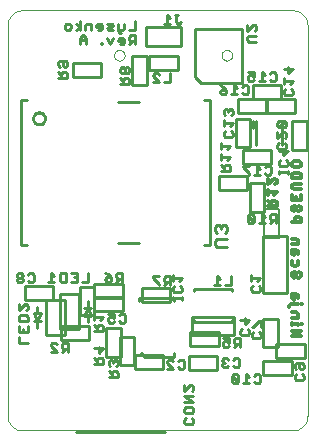
<source format=gbo>
G75*
%MOIN*%
%OFA0B0*%
%FSLAX24Y24*%
%IPPOS*%
%LPD*%
%AMOC8*
5,1,8,0,0,1.08239X$1,22.5*
%
%ADD10C,0.0000*%
%ADD11C,0.0120*%
%ADD12C,0.0100*%
%ADD13C,0.0050*%
D10*
X000301Y000700D02*
X000301Y013700D01*
X000303Y013744D01*
X000309Y013787D01*
X000318Y013829D01*
X000331Y013871D01*
X000348Y013911D01*
X000368Y013950D01*
X000391Y013987D01*
X000418Y014021D01*
X000447Y014054D01*
X000480Y014083D01*
X000514Y014110D01*
X000551Y014133D01*
X000590Y014153D01*
X000630Y014170D01*
X000672Y014183D01*
X000714Y014192D01*
X000757Y014198D01*
X000801Y014200D01*
X009801Y014200D01*
X009845Y014198D01*
X009888Y014192D01*
X009930Y014183D01*
X009972Y014170D01*
X010012Y014153D01*
X010051Y014133D01*
X010088Y014110D01*
X010122Y014083D01*
X010155Y014054D01*
X010184Y014021D01*
X010211Y013987D01*
X010234Y013950D01*
X010254Y013911D01*
X010271Y013871D01*
X010284Y013829D01*
X010293Y013787D01*
X010299Y013744D01*
X010301Y013700D01*
X010301Y000700D01*
X010299Y000656D01*
X010293Y000613D01*
X010284Y000571D01*
X010271Y000529D01*
X010254Y000489D01*
X010234Y000450D01*
X010211Y000413D01*
X010184Y000379D01*
X010155Y000346D01*
X010122Y000317D01*
X010088Y000290D01*
X010051Y000267D01*
X010012Y000247D01*
X009972Y000230D01*
X009930Y000217D01*
X009888Y000208D01*
X009845Y000202D01*
X009801Y000200D01*
X000801Y000200D01*
X000757Y000202D01*
X000714Y000208D01*
X000672Y000217D01*
X000630Y000230D01*
X000590Y000247D01*
X000551Y000267D01*
X000514Y000290D01*
X000480Y000317D01*
X000447Y000346D01*
X000418Y000379D01*
X000391Y000413D01*
X000368Y000450D01*
X000348Y000489D01*
X000331Y000529D01*
X000318Y000571D01*
X000309Y000613D01*
X000303Y000656D01*
X000301Y000700D01*
X003853Y012704D02*
X003855Y012730D01*
X003861Y012756D01*
X003870Y012780D01*
X003883Y012803D01*
X003900Y012823D01*
X003919Y012841D01*
X003941Y012856D01*
X003964Y012867D01*
X003989Y012875D01*
X004015Y012879D01*
X004041Y012879D01*
X004067Y012875D01*
X004092Y012867D01*
X004116Y012856D01*
X004137Y012841D01*
X004156Y012823D01*
X004173Y012803D01*
X004186Y012780D01*
X004195Y012756D01*
X004201Y012730D01*
X004203Y012704D01*
X004201Y012678D01*
X004195Y012652D01*
X004186Y012628D01*
X004173Y012605D01*
X004156Y012585D01*
X004137Y012567D01*
X004115Y012552D01*
X004092Y012541D01*
X004067Y012533D01*
X004041Y012529D01*
X004015Y012529D01*
X003989Y012533D01*
X003964Y012541D01*
X003940Y012552D01*
X003919Y012567D01*
X003900Y012585D01*
X003883Y012605D01*
X003870Y012628D01*
X003861Y012652D01*
X003855Y012678D01*
X003853Y012704D01*
X007436Y012704D02*
X007438Y012730D01*
X007444Y012756D01*
X007453Y012780D01*
X007466Y012803D01*
X007483Y012823D01*
X007502Y012841D01*
X007524Y012856D01*
X007547Y012867D01*
X007572Y012875D01*
X007598Y012879D01*
X007624Y012879D01*
X007650Y012875D01*
X007675Y012867D01*
X007699Y012856D01*
X007720Y012841D01*
X007739Y012823D01*
X007756Y012803D01*
X007769Y012780D01*
X007778Y012756D01*
X007784Y012730D01*
X007786Y012704D01*
X007784Y012678D01*
X007778Y012652D01*
X007769Y012628D01*
X007756Y012605D01*
X007739Y012585D01*
X007720Y012567D01*
X007698Y012552D01*
X007675Y012541D01*
X007650Y012533D01*
X007624Y012529D01*
X007598Y012529D01*
X007572Y012533D01*
X007547Y012541D01*
X007523Y012552D01*
X007502Y012567D01*
X007483Y012585D01*
X007466Y012605D01*
X007453Y012628D01*
X007444Y012652D01*
X007438Y012678D01*
X007436Y012704D01*
D11*
X009836Y009165D02*
X009790Y009119D01*
X009790Y009025D01*
X009836Y008979D01*
X010023Y008979D01*
X010070Y009025D01*
X010070Y009119D01*
X010023Y009165D01*
X009836Y009165D01*
X009836Y008797D02*
X009790Y008750D01*
X009790Y008610D01*
X010070Y008610D01*
X010070Y008750D01*
X010023Y008797D01*
X009836Y008797D01*
X009836Y008429D02*
X009790Y008382D01*
X009790Y008289D01*
X009836Y008242D01*
X010070Y008242D01*
X010070Y008429D02*
X009836Y008429D01*
X009790Y008060D02*
X009790Y007874D01*
X010070Y007874D01*
X010070Y008060D01*
X009930Y007967D02*
X009930Y007874D01*
X009883Y007692D02*
X009836Y007692D01*
X009790Y007645D01*
X009790Y007552D01*
X009836Y007505D01*
X009930Y007552D02*
X009930Y007645D01*
X009883Y007692D01*
X010023Y007692D02*
X010070Y007645D01*
X010070Y007552D01*
X010023Y007505D01*
X009977Y007505D01*
X009930Y007552D01*
X009930Y007324D02*
X009883Y007277D01*
X009883Y007137D01*
X009790Y007137D02*
X010070Y007137D01*
X010070Y007277D01*
X010023Y007324D01*
X009930Y007324D01*
X009930Y006587D02*
X009790Y006587D01*
X009790Y006400D02*
X009977Y006400D01*
X009977Y006541D01*
X009930Y006587D01*
X009930Y006219D02*
X009790Y006219D01*
X009790Y006079D01*
X009836Y006032D01*
X009883Y006079D01*
X009883Y006219D01*
X009930Y006219D02*
X009977Y006172D01*
X009977Y006079D01*
X009977Y005851D02*
X009977Y005710D01*
X009930Y005664D01*
X009836Y005664D01*
X009790Y005710D01*
X009790Y005851D01*
X009836Y005482D02*
X009790Y005436D01*
X009790Y005342D01*
X009836Y005295D01*
X009930Y005342D02*
X009930Y005436D01*
X009883Y005482D01*
X009836Y005482D01*
X009930Y005342D02*
X009977Y005295D01*
X010023Y005295D01*
X010070Y005342D01*
X010070Y005436D01*
X010023Y005482D01*
X009930Y004746D02*
X009790Y004746D01*
X009790Y004606D01*
X009836Y004559D01*
X009883Y004606D01*
X009883Y004746D01*
X009930Y004746D02*
X009977Y004699D01*
X009977Y004606D01*
X009977Y004407D02*
X009743Y004407D01*
X009696Y004360D01*
X009696Y004313D01*
X009790Y004132D02*
X009930Y004132D01*
X009977Y004085D01*
X009977Y003945D01*
X009790Y003945D01*
X009790Y003793D02*
X009790Y003699D01*
X009790Y003746D02*
X009977Y003746D01*
X009977Y003699D01*
X010070Y003746D02*
X010117Y003746D01*
X010070Y003518D02*
X009790Y003518D01*
X010070Y003331D01*
X009790Y003331D01*
X010070Y004407D02*
X010117Y004407D01*
X009272Y007672D02*
X008991Y007672D01*
X009085Y007672D02*
X009085Y007812D01*
X009131Y007859D01*
X009225Y007859D01*
X009272Y007812D01*
X009272Y007672D01*
X009085Y007765D02*
X008991Y007859D01*
X008991Y008040D02*
X008991Y008227D01*
X008991Y008134D02*
X009272Y008134D01*
X009178Y008040D01*
X009225Y008409D02*
X009272Y008455D01*
X009272Y008549D01*
X009225Y008596D01*
X009178Y008596D01*
X008991Y008409D01*
X008991Y008596D01*
D12*
X009030Y008717D02*
X008930Y008717D01*
X008880Y008767D01*
X009030Y008717D02*
X009080Y008767D01*
X009080Y008967D01*
X009030Y009017D01*
X008930Y009017D01*
X008880Y008967D01*
X008712Y008917D02*
X008612Y009017D01*
X008612Y008717D01*
X008712Y008717D02*
X008511Y008717D01*
X008343Y008717D02*
X008343Y008767D01*
X008143Y008967D01*
X008143Y009017D01*
X008343Y009017D01*
X008148Y009081D02*
X009093Y009081D01*
X009093Y009554D01*
X008148Y009554D01*
X008148Y009081D01*
X008289Y008676D02*
X008289Y008204D01*
X007344Y008204D01*
X007344Y008676D01*
X008289Y008676D01*
X008384Y008433D02*
X008857Y008433D01*
X008857Y007488D01*
X008384Y007488D01*
X008384Y008433D01*
X007718Y008855D02*
X007718Y009005D01*
X007668Y009055D01*
X007568Y009055D01*
X007517Y009005D01*
X007517Y008855D01*
X007417Y008855D02*
X007718Y008855D01*
X007517Y008955D02*
X007417Y009055D01*
X007417Y009223D02*
X007417Y009423D01*
X007417Y009323D02*
X007718Y009323D01*
X007618Y009223D01*
X007618Y009591D02*
X007718Y009691D01*
X007417Y009691D01*
X007417Y009591D02*
X007417Y009791D01*
X007551Y009975D02*
X007501Y010025D01*
X007501Y010125D01*
X007551Y010175D01*
X007501Y010343D02*
X007501Y010543D01*
X007501Y010443D02*
X007801Y010443D01*
X007701Y010343D01*
X007751Y010175D02*
X007801Y010125D01*
X007801Y010025D01*
X007751Y009975D01*
X007551Y009975D01*
X007904Y009648D02*
X007904Y010593D01*
X008377Y010593D01*
X008377Y009648D01*
X007904Y009648D01*
X008469Y010278D02*
X008469Y010514D01*
X008588Y010514D02*
X008588Y009727D01*
X009294Y009723D02*
X009294Y009623D01*
X009344Y009573D01*
X009544Y009573D01*
X009594Y009623D01*
X009594Y009723D01*
X009544Y009773D01*
X009454Y009727D02*
X009454Y010514D01*
X009544Y010510D02*
X009344Y010310D01*
X009294Y010360D01*
X009294Y010460D01*
X009344Y010510D01*
X009544Y010510D01*
X009594Y010460D01*
X009594Y010360D01*
X009544Y010310D01*
X009344Y010310D01*
X009294Y010141D02*
X009294Y009941D01*
X009494Y010141D01*
X009544Y010141D01*
X009594Y010091D01*
X009594Y009991D01*
X009544Y009941D01*
X009344Y009773D02*
X009294Y009723D01*
X009346Y009517D02*
X009646Y009517D01*
X009496Y009367D01*
X009496Y009567D01*
X009796Y009561D02*
X009796Y010506D01*
X010269Y010506D01*
X010269Y009561D01*
X009796Y009561D01*
X009596Y009199D02*
X009646Y009149D01*
X009646Y009048D01*
X009596Y008998D01*
X009396Y008998D01*
X009346Y009048D01*
X009346Y009149D01*
X009396Y009199D01*
X009346Y008853D02*
X009346Y008753D01*
X009346Y008803D02*
X009646Y008803D01*
X009646Y008753D02*
X009646Y008853D01*
X009240Y007400D02*
X009090Y007400D01*
X009040Y007350D01*
X009040Y007250D01*
X009090Y007200D01*
X009240Y007200D01*
X009140Y007200D02*
X009040Y007100D01*
X008872Y007100D02*
X008671Y007100D01*
X008772Y007100D02*
X008772Y007400D01*
X008872Y007300D01*
X009240Y007400D02*
X009240Y007100D01*
X009604Y006665D02*
X008816Y006665D01*
X008816Y004775D01*
X009604Y004775D01*
X009604Y006665D01*
X008725Y005286D02*
X008424Y005286D01*
X008424Y005186D02*
X008424Y005386D01*
X008625Y005186D02*
X008725Y005286D01*
X008675Y005018D02*
X008725Y004968D01*
X008725Y004868D01*
X008675Y004818D01*
X008474Y004818D01*
X008424Y004868D01*
X008424Y004968D01*
X008474Y005018D01*
X007764Y005038D02*
X007564Y005038D01*
X007396Y005038D02*
X007196Y005038D01*
X007296Y005038D02*
X007296Y005338D01*
X007396Y005238D01*
X007764Y005338D02*
X007764Y005038D01*
X007771Y004915D02*
X007771Y004836D01*
X007771Y004915D02*
X006511Y004915D01*
X006511Y004836D01*
X006106Y004849D02*
X006056Y004799D01*
X005856Y004799D01*
X005806Y004849D01*
X005806Y004949D01*
X005856Y004999D01*
X005731Y004958D02*
X005731Y004486D01*
X004786Y004486D01*
X004786Y004958D01*
X005731Y004958D01*
X005724Y005043D02*
X005724Y005343D01*
X005574Y005343D01*
X005524Y005293D01*
X005524Y005193D01*
X005574Y005143D01*
X005724Y005143D01*
X005806Y005167D02*
X005806Y005368D01*
X005806Y005267D02*
X006106Y005267D01*
X006006Y005167D01*
X006056Y004999D02*
X006106Y004949D01*
X006106Y004849D01*
X006106Y004654D02*
X006106Y004554D01*
X006106Y004604D02*
X005806Y004604D01*
X005806Y004554D02*
X005806Y004654D01*
X005851Y004626D02*
X004670Y004626D01*
X004670Y004508D01*
X004232Y004032D02*
X004232Y003832D01*
X004182Y003782D01*
X004082Y003782D01*
X004031Y003832D01*
X004031Y004032D02*
X004082Y004082D01*
X004182Y004082D01*
X004232Y004032D01*
X004136Y004166D02*
X003191Y004166D01*
X003191Y004638D01*
X004136Y004638D01*
X004136Y004166D01*
X003863Y004082D02*
X003863Y003932D01*
X003763Y003982D01*
X003713Y003982D01*
X003663Y003932D01*
X003663Y003832D01*
X003713Y003782D01*
X003813Y003782D01*
X003863Y003832D01*
X003863Y004082D02*
X003663Y004082D01*
X003500Y003979D02*
X003200Y003979D01*
X003177Y004049D02*
X002704Y004049D01*
X002704Y004994D01*
X003177Y004994D01*
X003177Y004049D01*
X003200Y004080D02*
X003200Y003879D01*
X003200Y003711D02*
X003300Y003611D01*
X003300Y003661D02*
X003300Y003511D01*
X003200Y003511D02*
X003500Y003511D01*
X003500Y003661D01*
X003450Y003711D01*
X003350Y003711D01*
X003300Y003661D01*
X003400Y003879D02*
X003500Y003979D01*
X003598Y003600D02*
X003598Y002655D01*
X004070Y002655D01*
X004070Y003600D01*
X003598Y003600D01*
X004039Y003328D02*
X004039Y002383D01*
X004511Y002383D01*
X004511Y003328D01*
X004039Y003328D01*
X003488Y002946D02*
X003338Y002796D01*
X003338Y002996D01*
X003188Y002946D02*
X003488Y002946D01*
X003438Y002628D02*
X003338Y002628D01*
X003288Y002578D01*
X003288Y002428D01*
X003188Y002428D02*
X003488Y002428D01*
X003488Y002578D01*
X003438Y002628D01*
X003288Y002528D02*
X003188Y002628D01*
X003669Y002485D02*
X003669Y002385D01*
X003719Y002335D01*
X003819Y002435D02*
X003819Y002485D01*
X003769Y002535D01*
X003719Y002535D01*
X003669Y002485D01*
X003819Y002485D02*
X003870Y002535D01*
X003920Y002535D01*
X003970Y002485D01*
X003970Y002385D01*
X003920Y002335D01*
X003920Y002167D02*
X003819Y002167D01*
X003769Y002117D01*
X003769Y001967D01*
X003669Y001967D02*
X003970Y001967D01*
X003970Y002117D01*
X003920Y002167D01*
X003769Y002067D02*
X003669Y002167D01*
X003013Y003207D02*
X002068Y003207D01*
X002068Y003680D01*
X003013Y003680D01*
X003013Y003207D01*
X002696Y003574D02*
X002696Y004755D01*
X002066Y004755D01*
X002066Y003574D01*
X002696Y003574D01*
X002971Y003810D02*
X002971Y004007D01*
X002853Y004007D01*
X002971Y004283D01*
X002971Y004519D01*
X002971Y004283D02*
X002853Y004283D01*
X002971Y004283D02*
X003089Y004007D01*
X002971Y004007D01*
X002971Y004283D02*
X003089Y004283D01*
X003191Y004606D02*
X004136Y004606D01*
X004136Y005078D01*
X003191Y005078D01*
X003191Y004606D01*
X002971Y005160D02*
X002770Y005160D01*
X002602Y005160D02*
X002602Y005460D01*
X002402Y005460D01*
X002234Y005460D02*
X002084Y005460D01*
X002034Y005410D01*
X002034Y005210D01*
X002084Y005160D01*
X002234Y005160D01*
X002234Y005460D01*
X002502Y005310D02*
X002602Y005310D01*
X002602Y005160D02*
X002402Y005160D01*
X002203Y004553D02*
X002203Y003372D01*
X001573Y003372D01*
X001573Y004553D01*
X002203Y004553D01*
X001816Y004533D02*
X001816Y005005D01*
X000871Y005005D01*
X000871Y004533D01*
X001816Y004533D01*
X001415Y004120D02*
X001297Y003845D01*
X001297Y003608D01*
X001297Y003845D02*
X001179Y003845D01*
X001297Y003845D02*
X001179Y004120D01*
X001297Y004120D01*
X001297Y004317D01*
X001297Y004120D02*
X001415Y004120D01*
X001415Y003845D02*
X001297Y003845D01*
X000969Y003835D02*
X000969Y003985D01*
X000919Y004035D01*
X000719Y004035D01*
X000669Y003985D01*
X000669Y003835D01*
X000969Y003835D01*
X000969Y003667D02*
X000969Y003467D01*
X000669Y003467D01*
X000669Y003667D01*
X000819Y003567D02*
X000819Y003467D01*
X000669Y003298D02*
X000669Y003098D01*
X000969Y003098D01*
X001743Y003073D02*
X001743Y003023D01*
X001943Y002823D01*
X001743Y002823D01*
X001743Y003073D02*
X001793Y003123D01*
X001893Y003123D01*
X001943Y003073D01*
X002111Y003073D02*
X002111Y002973D01*
X002162Y002923D01*
X002312Y002923D01*
X002312Y002823D02*
X002312Y003123D01*
X002162Y003123D01*
X002111Y003073D01*
X002212Y002923D02*
X002111Y002823D01*
X000919Y004203D02*
X000969Y004253D01*
X000969Y004353D01*
X000919Y004403D01*
X000869Y004403D01*
X000669Y004203D01*
X000669Y004403D01*
X000661Y005145D02*
X000761Y005145D01*
X000811Y005195D01*
X000811Y005245D01*
X000761Y005295D01*
X000661Y005295D01*
X000611Y005245D01*
X000611Y005195D01*
X000661Y005145D01*
X000661Y005295D02*
X000611Y005345D01*
X000611Y005395D01*
X000661Y005445D01*
X000761Y005445D01*
X000811Y005395D01*
X000811Y005345D01*
X000761Y005295D01*
X000980Y005395D02*
X001030Y005445D01*
X001130Y005445D01*
X001180Y005395D01*
X001180Y005195D01*
X001130Y005145D01*
X001030Y005145D01*
X000980Y005195D01*
X001666Y005160D02*
X001866Y005160D01*
X001766Y005160D02*
X001766Y005460D01*
X001866Y005360D01*
X000948Y006397D02*
X000751Y006397D01*
X000751Y011200D01*
X000948Y011200D01*
X001151Y010600D02*
X001153Y010628D01*
X001159Y010655D01*
X001168Y010681D01*
X001181Y010706D01*
X001198Y010729D01*
X001217Y010749D01*
X001239Y010766D01*
X001263Y010780D01*
X001289Y010790D01*
X001316Y010797D01*
X001344Y010800D01*
X001372Y010799D01*
X001399Y010794D01*
X001426Y010785D01*
X001451Y010773D01*
X001474Y010758D01*
X001495Y010739D01*
X001513Y010718D01*
X001528Y010694D01*
X001539Y010668D01*
X001547Y010642D01*
X001551Y010614D01*
X001551Y010586D01*
X001547Y010558D01*
X001539Y010532D01*
X001528Y010506D01*
X001513Y010482D01*
X001495Y010461D01*
X001474Y010442D01*
X001451Y010427D01*
X001426Y010415D01*
X001399Y010406D01*
X001372Y010401D01*
X001344Y010400D01*
X001316Y010403D01*
X001289Y010410D01*
X001263Y010420D01*
X001239Y010434D01*
X001217Y010451D01*
X001198Y010471D01*
X001181Y010494D01*
X001168Y010519D01*
X001159Y010545D01*
X001153Y010572D01*
X001151Y010600D01*
X002000Y011947D02*
X002300Y011947D01*
X002300Y012097D01*
X002250Y012147D01*
X002150Y012147D01*
X002100Y012097D01*
X002100Y011947D01*
X002100Y012047D02*
X002000Y012147D01*
X002050Y012315D02*
X002000Y012365D01*
X002000Y012465D01*
X002050Y012515D01*
X002250Y012515D01*
X002300Y012465D01*
X002300Y012365D01*
X002250Y012315D01*
X002200Y012315D01*
X002150Y012365D01*
X002150Y012515D01*
X002468Y012436D02*
X003413Y012436D01*
X003413Y011964D01*
X002468Y011964D01*
X002468Y012436D01*
X002704Y013065D02*
X002704Y013265D01*
X002804Y013365D01*
X002904Y013265D01*
X002904Y013065D01*
X002904Y013215D02*
X002704Y013215D01*
X002720Y013557D02*
X002720Y013858D01*
X002570Y013757D02*
X002720Y013657D01*
X002570Y013557D01*
X002413Y013607D02*
X002413Y013707D01*
X002363Y013757D01*
X002263Y013757D01*
X002213Y013707D01*
X002213Y013607D01*
X002263Y013557D01*
X002363Y013557D01*
X002413Y013607D01*
X002888Y013557D02*
X002888Y013707D01*
X002938Y013757D01*
X003088Y013757D01*
X003088Y013557D01*
X003257Y013657D02*
X003457Y013657D01*
X003457Y013607D02*
X003457Y013707D01*
X003407Y013757D01*
X003307Y013757D01*
X003257Y013707D01*
X003257Y013657D01*
X003307Y013557D02*
X003407Y013557D01*
X003457Y013607D01*
X003625Y013607D02*
X003675Y013557D01*
X003825Y013557D01*
X003775Y013657D02*
X003825Y013707D01*
X003775Y013757D01*
X003625Y013757D01*
X003675Y013657D02*
X003775Y013657D01*
X003675Y013657D02*
X003625Y013607D01*
X003625Y013265D02*
X003725Y013065D01*
X003825Y013265D01*
X003993Y013215D02*
X003993Y013165D01*
X004193Y013165D01*
X004193Y013115D02*
X004193Y013215D01*
X004143Y013265D01*
X004043Y013265D01*
X003993Y013215D01*
X004043Y013065D02*
X004143Y013065D01*
X004193Y013115D01*
X004361Y013065D02*
X004462Y013165D01*
X004412Y013165D02*
X004562Y013165D01*
X004562Y013065D02*
X004562Y013365D01*
X004412Y013365D01*
X004361Y013315D01*
X004361Y013215D01*
X004412Y013165D01*
X004361Y013557D02*
X004562Y013557D01*
X004562Y013858D01*
X004910Y013635D02*
X006091Y013635D01*
X006091Y013005D01*
X004910Y013005D01*
X004910Y013635D01*
X005512Y013759D02*
X005712Y013759D01*
X005612Y013759D02*
X005612Y014059D01*
X005712Y013959D01*
X005880Y014059D02*
X005980Y014059D01*
X005930Y014059D02*
X005930Y013809D01*
X005980Y013759D01*
X006031Y013759D01*
X006081Y013809D01*
X006553Y013566D02*
X008128Y013566D01*
X008128Y011794D01*
X006750Y011794D01*
X006553Y011991D01*
X006553Y013566D01*
X005973Y012676D02*
X005973Y012204D01*
X005028Y012204D01*
X005028Y012676D01*
X005973Y012676D01*
X005726Y012101D02*
X005726Y011801D01*
X005526Y011801D01*
X005358Y011801D02*
X005158Y012001D01*
X005158Y012051D01*
X005208Y012101D01*
X005308Y012101D01*
X005358Y012051D01*
X005358Y011801D02*
X005158Y011801D01*
X004937Y011728D02*
X004464Y011728D01*
X004464Y012673D01*
X004937Y012673D01*
X004937Y011728D01*
X004688Y011161D02*
X003979Y011161D01*
X004053Y011743D02*
X004353Y011743D01*
X004353Y011893D01*
X004303Y011943D01*
X004203Y011943D01*
X004153Y011893D01*
X004153Y011743D01*
X004153Y011843D02*
X004053Y011943D01*
X004103Y012112D02*
X004153Y012112D01*
X004203Y012162D01*
X004203Y012262D01*
X004153Y012312D01*
X004103Y012312D01*
X004053Y012262D01*
X004053Y012162D01*
X004103Y012112D01*
X004203Y012162D02*
X004253Y012112D01*
X004303Y012112D01*
X004353Y012162D01*
X004353Y012262D01*
X004303Y012312D01*
X004253Y012312D01*
X004203Y012262D01*
X003457Y013065D02*
X003407Y013065D01*
X003407Y013115D01*
X003457Y013115D01*
X003457Y013065D01*
X003993Y013507D02*
X003993Y013757D01*
X003993Y013557D02*
X004143Y013557D01*
X004193Y013607D01*
X004193Y013757D01*
X004093Y013457D02*
X004043Y013457D01*
X003993Y013507D01*
X006853Y011200D02*
X007050Y011200D01*
X007050Y006397D01*
X006853Y006397D01*
X007217Y006393D02*
X007217Y006526D01*
X007284Y006593D01*
X007617Y006593D01*
X007551Y006787D02*
X007617Y006853D01*
X007617Y006987D01*
X007551Y007053D01*
X007484Y007053D01*
X007417Y006987D01*
X007351Y007053D01*
X007284Y007053D01*
X007217Y006987D01*
X007217Y006853D01*
X007284Y006787D01*
X007417Y006920D02*
X007417Y006987D01*
X007217Y006393D02*
X007284Y006326D01*
X007617Y006326D01*
X008353Y007100D02*
X008303Y007150D01*
X008303Y007350D01*
X008503Y007150D01*
X008453Y007100D01*
X008353Y007100D01*
X008503Y007150D02*
X008503Y007350D01*
X008453Y007400D01*
X008353Y007400D01*
X008303Y007350D01*
X007851Y003996D02*
X006434Y003996D01*
X006434Y003366D01*
X007851Y003366D01*
X007851Y003996D01*
X007771Y003892D02*
X007771Y003813D01*
X006511Y003813D01*
X006511Y003892D01*
X006392Y003475D02*
X007337Y003475D01*
X007337Y003003D01*
X006392Y003003D01*
X006392Y003475D01*
X005851Y002775D02*
X005851Y002657D01*
X004867Y002657D01*
X004749Y002775D01*
X004546Y002716D02*
X005491Y002716D01*
X005491Y002243D01*
X004546Y002243D01*
X004546Y002716D01*
X005620Y002509D02*
X005670Y002559D01*
X005770Y002559D01*
X005820Y002509D01*
X005988Y002509D02*
X006038Y002559D01*
X006138Y002559D01*
X006189Y002509D01*
X006189Y002309D01*
X006138Y002259D01*
X006038Y002259D01*
X005988Y002309D01*
X005820Y002259D02*
X005620Y002459D01*
X005620Y002509D01*
X005620Y002259D02*
X005820Y002259D01*
X006196Y001704D02*
X006196Y001504D01*
X006396Y001704D01*
X006446Y001704D01*
X006496Y001654D01*
X006496Y001554D01*
X006446Y001504D01*
X006496Y001336D02*
X006196Y001336D01*
X006496Y001136D01*
X006196Y001136D01*
X006246Y000967D02*
X006196Y000917D01*
X006196Y000817D01*
X006246Y000767D01*
X006446Y000767D01*
X006496Y000817D01*
X006496Y000917D01*
X006446Y000967D01*
X006246Y000967D01*
X006246Y000599D02*
X006196Y000549D01*
X006196Y000449D01*
X006246Y000399D01*
X006446Y000399D01*
X006496Y000449D01*
X006496Y000549D01*
X006446Y000599D01*
X005537Y000150D02*
X002584Y000150D01*
X005851Y004508D02*
X005851Y004626D01*
X005524Y005043D02*
X005624Y005143D01*
X005355Y005093D02*
X005355Y005043D01*
X005355Y005093D02*
X005155Y005293D01*
X005155Y005343D01*
X005355Y005343D01*
X004688Y006436D02*
X003979Y006436D01*
X003979Y005463D02*
X003929Y005413D01*
X003929Y005313D01*
X003979Y005263D01*
X004129Y005263D01*
X004129Y005163D02*
X004129Y005463D01*
X003979Y005463D01*
X004029Y005263D02*
X003929Y005163D01*
X003760Y005213D02*
X003710Y005163D01*
X003610Y005163D01*
X003560Y005213D01*
X003560Y005263D01*
X003610Y005313D01*
X003760Y005313D01*
X003760Y005213D01*
X003760Y005313D02*
X003660Y005413D01*
X003560Y005463D01*
X002971Y005460D02*
X002971Y005160D01*
X006349Y002679D02*
X006349Y002207D01*
X007294Y002207D01*
X007294Y002679D01*
X006349Y002679D01*
X007464Y002552D02*
X007464Y002502D01*
X007514Y002452D01*
X007464Y002402D01*
X007464Y002352D01*
X007514Y002302D01*
X007614Y002302D01*
X007664Y002352D01*
X007564Y002452D02*
X007514Y002452D01*
X007464Y002552D02*
X007514Y002602D01*
X007614Y002602D01*
X007664Y002552D01*
X007832Y002552D02*
X007882Y002602D01*
X007982Y002602D01*
X008032Y002552D01*
X008032Y002352D01*
X007982Y002302D01*
X007882Y002302D01*
X007832Y002352D01*
X007836Y002064D02*
X007786Y002014D01*
X007986Y001814D01*
X007936Y001764D01*
X007836Y001764D01*
X007786Y001814D01*
X007786Y002014D01*
X007836Y002064D02*
X007936Y002064D01*
X007986Y002014D01*
X007986Y001814D01*
X008155Y001764D02*
X008355Y001764D01*
X008255Y001764D02*
X008255Y002064D01*
X008355Y001964D01*
X008523Y002014D02*
X008573Y002064D01*
X008673Y002064D01*
X008723Y002014D01*
X008723Y001814D01*
X008673Y001764D01*
X008573Y001764D01*
X008523Y001814D01*
X008826Y002044D02*
X008826Y002516D01*
X009771Y002516D01*
X009771Y002044D01*
X008826Y002044D01*
X009264Y002605D02*
X009264Y003078D01*
X010209Y003078D01*
X010209Y002605D01*
X009264Y002605D01*
X009304Y002972D02*
X008831Y002972D01*
X008831Y003917D01*
X009304Y003917D01*
X009304Y002972D01*
X009881Y002386D02*
X009881Y002286D01*
X009931Y002236D01*
X010031Y002286D02*
X010031Y002436D01*
X009931Y002436D02*
X010131Y002436D01*
X010181Y002386D01*
X010181Y002286D01*
X010131Y002236D01*
X010081Y002236D01*
X010031Y002286D01*
X009881Y002386D02*
X009931Y002436D01*
X009931Y002068D02*
X009881Y002018D01*
X009881Y001918D01*
X009931Y001868D01*
X010131Y001868D01*
X010181Y001918D01*
X010181Y002018D01*
X010131Y002068D01*
X008747Y003324D02*
X008697Y003274D01*
X008497Y003274D01*
X008447Y003324D01*
X008447Y003424D01*
X008497Y003474D01*
X008360Y003427D02*
X008310Y003377D01*
X008110Y003377D01*
X008060Y003427D01*
X008060Y003527D01*
X008110Y003577D01*
X008210Y003745D02*
X008210Y003945D01*
X008060Y003895D02*
X008360Y003895D01*
X008210Y003745D01*
X008310Y003577D02*
X008360Y003527D01*
X008360Y003427D01*
X008447Y003642D02*
X008497Y003642D01*
X008697Y003842D01*
X008747Y003842D01*
X008747Y003642D01*
X008697Y003474D02*
X008747Y003424D01*
X008747Y003324D01*
X008036Y003279D02*
X008036Y002979D01*
X008036Y003079D02*
X007886Y003079D01*
X007836Y003129D01*
X007836Y003229D01*
X007886Y003279D01*
X008036Y003279D01*
X007936Y003079D02*
X007836Y002979D01*
X007668Y003029D02*
X007618Y002979D01*
X007518Y002979D01*
X007468Y003029D01*
X007468Y003129D01*
X007518Y003179D01*
X007568Y003179D01*
X007668Y003129D01*
X007668Y003279D01*
X007468Y003279D01*
X007551Y010711D02*
X007501Y010761D01*
X007501Y010861D01*
X007551Y010911D01*
X007601Y010911D01*
X007651Y010861D01*
X007651Y010811D01*
X007651Y010861D02*
X007701Y010911D01*
X007751Y010911D01*
X007801Y010861D01*
X007801Y010761D01*
X007751Y010711D01*
X007988Y010764D02*
X008933Y010764D01*
X008933Y011236D01*
X007988Y011236D01*
X007988Y010764D01*
X007959Y011400D02*
X007758Y011400D01*
X007858Y011400D02*
X007858Y011700D01*
X007959Y011600D01*
X008127Y011650D02*
X008177Y011700D01*
X008277Y011700D01*
X008327Y011650D01*
X008327Y011450D01*
X008277Y011400D01*
X008177Y011400D01*
X008127Y011450D01*
X008468Y011244D02*
X008468Y011716D01*
X009413Y011716D01*
X009413Y011244D01*
X008468Y011244D01*
X008948Y011236D02*
X008948Y010764D01*
X009893Y010764D01*
X009893Y011236D01*
X008948Y011236D01*
X008880Y011841D02*
X008680Y011841D01*
X008780Y011841D02*
X008780Y012142D01*
X008880Y012042D01*
X009049Y012092D02*
X009099Y012142D01*
X009199Y012142D01*
X009249Y012092D01*
X009249Y011891D01*
X009199Y011841D01*
X009099Y011841D01*
X009049Y011891D01*
X009501Y011844D02*
X009801Y011844D01*
X009701Y011744D01*
X009751Y011575D02*
X009801Y011525D01*
X009801Y011425D01*
X009751Y011375D01*
X009551Y011375D01*
X009501Y011425D01*
X009501Y011525D01*
X009551Y011575D01*
X009501Y011744D02*
X009501Y011944D01*
X009651Y012112D02*
X009651Y012312D01*
X009501Y012262D02*
X009801Y012262D01*
X009651Y012112D01*
X008585Y013151D02*
X008335Y013151D01*
X008285Y013201D01*
X008285Y013301D01*
X008335Y013351D01*
X008585Y013351D01*
X008535Y013519D02*
X008585Y013569D01*
X008585Y013670D01*
X008535Y013720D01*
X008485Y013720D01*
X008285Y013519D01*
X008285Y013720D01*
X008312Y012142D02*
X008512Y012142D01*
X008512Y011992D01*
X008412Y012042D01*
X008362Y012042D01*
X008312Y011992D01*
X008312Y011891D01*
X008362Y011841D01*
X008462Y011841D01*
X008512Y011891D01*
X007590Y011550D02*
X007590Y011450D01*
X007540Y011400D01*
X007440Y011400D01*
X007390Y011450D01*
X007390Y011500D01*
X007440Y011550D01*
X007590Y011550D01*
X007490Y011650D01*
X007390Y011700D01*
D13*
X008853Y007574D02*
X009364Y007574D01*
X009364Y006629D01*
X008853Y006629D01*
X008853Y007574D01*
M02*

</source>
